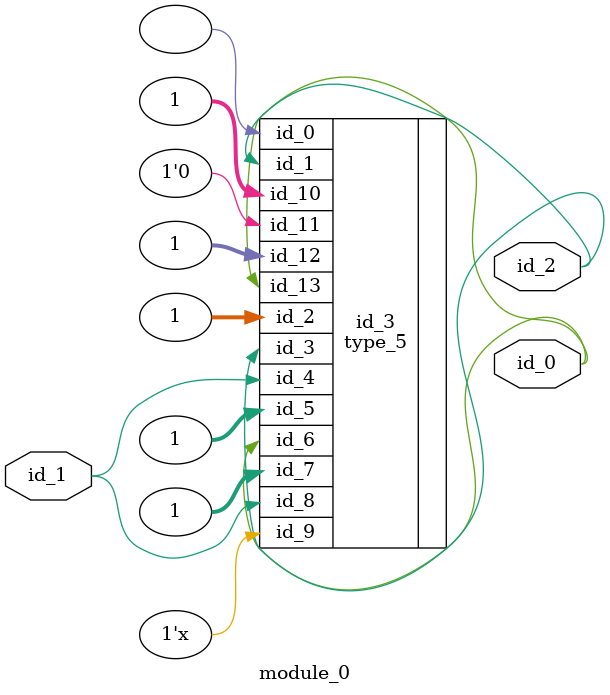
<source format=v>
module module_0 (
    output id_0,
    input id_1,
    output tri id_2
);
  type_5 id_3 (
      .id_0 (""),
      .id_1 (id_2),
      .id_2 (1),
      .id_3 (id_2),
      .id_4 (id_1),
      .id_5 (1),
      .id_6 (id_0),
      .id_7 (1),
      .id_8 (id_1),
      .id_9 (id_2[1]),
      .id_10((1)),
      .id_11(1'b0),
      .id_12(1),
      .id_13(id_0)
  );
endmodule

</source>
